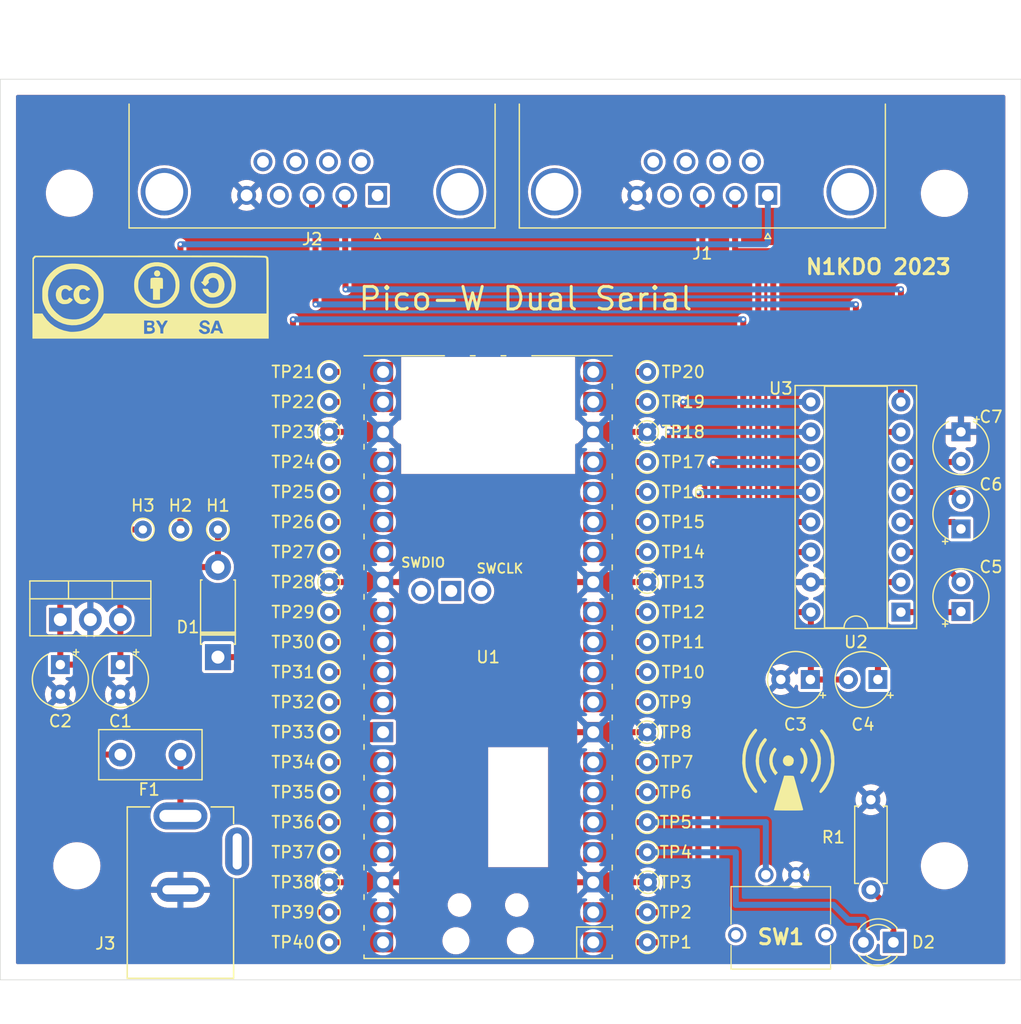
<source format=kicad_pcb>
(kicad_pcb (version 20221018) (generator pcbnew)
  (title_block (title "Pico-W Dual Serial") (date "2023-08-06") (rev "0.4.0") (company "License CC-BY-SA https://creativecommons.org/licenses/by-sa/4.0/") (comment 1 "Drawn by N1KDO"))
  (layers (0 "F.Cu" signal) (31 "B.Cu" signal) (34 "B.Paste" user) (35 "F.Paste" user) (36 "B.SilkS" user "B.Silkscreen") (37 "F.SilkS" user "F.Silkscreen") (38 "B.Mask" user) (39 "F.Mask" user) (44 "Edge.Cuts" user))
  (net 0 "")
  (net 1 "Net-(U3-VI)")
  (net 2 "Net-(U2-VS+)")
  (net 3 "Net-(U2-C1+)")
  (net 4 "GND")
  (net 5 "Net-(U2-C1-)")
  (net 6 "Net-(U2-C2+)")
  (net 7 "Net-(U2-C2-)")
  (net 8 "+3.3V")
  (net 9 "Net-(U2-VS-)")
  (net 10 "+5V")
  (net 11 "Net-(D1-K)")
  (net 12 "Net-(D2-K)")
  (net 13 "Net-(D2-A)")
  (net 19 "TX")
  (net 20 "RX")
  (net 21 "RX1R")
  (net 22 "TX1R")
  (net 24 "RX2R")
  (net 25 "TX2R")
  (net 31 "Net-(U1-GPIO3)")
  (net 32 "RX2")
  (net 33 "TX2")
  (net 34 "Net-(U1-GPIO6)")
  (net 35 "Net-(U1-GPIO7)")
  (net 36 "Net-(U1-GPIO8)")
  (net 37 "Net-(U1-GPIO9)")
  (net 38 "Net-(U1-GPIO10)")
  (net 39 "Net-(U1-GPIO11)")
  (net 40 "Net-(U1-GPIO12)")
  (net 41 "Net-(U1-GPIO13)")
  (net 42 "Net-(U1-GPIO14)")
  (net 43 "Net-(U1-GPIO15)")
  (net 44 "Net-(U1-GPIO16)")
  (net 45 "Net-(U1-GPIO17)")
  (net 46 "Net-(U1-GPIO18)")
  (net 47 "Net-(U1-GPIO19)")
  (net 48 "Net-(U1-GPIO20)")
  (net 49 "Net-(U1-GPIO21)")
  (net 50 "Net-(U1-GPIO22)")
  (net 51 "Net-(U1-RUN)")
  (net 52 "Net-(U1-GPIO26_ADC0)")
  (net 53 "Net-(U1-GPIO27_ADC1)")
  (net 54 "Net-(U1-AGND)")
  (net 55 "Net-(U1-GPIO28_ADC2)")
  (net 56 "Net-(U1-ADC_VREF)")
  (net 57 "Net-(U1-3V3_EN)")
  (net 58 "Net-(U1-VBUS)")
  (net 63 "Net-(H2-Pad1)")
  (net 64 "Net-(F1-Pad1)")
  (footprint "TestPoint:TestPoint_THTPad_D1.5mm_Drill0.7mm" (layer "F.Cu") (at 53.213 93.345 180)
    (fp_text reference "TP38")
    (fp_text value "TestPoint")
  )
  (footprint "TestPoint:TestPoint_THTPad_D1.5mm_Drill0.7mm" (layer "F.Cu") (at 80.137 50.165 180)
    (fp_text reference "TP20")
    (fp_text value "TestPoint")
  )
  (footprint "TestPoint:TestPoint_THTPad_D1.5mm_Drill0.7mm" (layer "F.Cu") (at 53.213 60.325 180)
    (fp_text reference "TP25")
    (fp_text value "TestPoint")
  )
  (footprint "Capacitor_THT:CP_Radial_Tantal_D4.5mm_P2.50mm" (layer "F.Cu") (at 106.68 55.235 -90)
    (fp_text reference "C7")
    (fp_text value ".1")
  )
  (footprint "TestPoint:TestPoint_THTPad_D1.5mm_Drill0.7mm" (layer "F.Cu") (at 80.137 98.425 180)
    (fp_text reference "TP1")
    (fp_text value "TestPoint")
  )
  (footprint "Capacitor_THT:CP_Radial_Tantal_D4.5mm_P2.50mm" (layer "F.Cu") (at 30.48 74.93 -90)
    (fp_text reference "C2")
    (fp_text value ".1")
  )
  (footprint "TestPoint:TestPoint_THTPad_D1.5mm_Drill0.7mm" (layer "F.Cu") (at 53.213 88.265 180)
    (fp_text reference "TP36")
    (fp_text value "TestPoint")
  )
  (footprint "TestPoint:TestPoint_THTPad_D1.5mm_Drill0.7mm" (layer "F.Cu") (at 80.137 80.645 180)
    (fp_text reference "TP8")
    (fp_text value "TestPoint")
  )
  (footprint "TestPoint:TestPoint_THTPad_D1.5mm_Drill0.7mm" (layer "F.Cu") (at 80.137 83.185)
    (fp_text reference "TP7")
    (fp_text value "TestPoint")
  )
  (footprint "TestPoint:TestPoint_THTPad_D1.5mm_Drill0.7mm" (layer "F.Cu") (at 43.815 63.5)
    (fp_text reference "H1")
    (fp_text value "2")
  )
  (footprint "TestPoint:TestPoint_THTPad_D1.5mm_Drill0.7mm" (layer "F.Cu") (at 53.213 52.705 180)
    (fp_text reference "TP22")
    (fp_text value "TestPoint")
  )
  (footprint "TestPoint:TestPoint_THTPad_D1.5mm_Drill0.7mm" (layer "F.Cu") (at 53.213 62.865 180)
    (fp_text reference "TP26")
    (fp_text value "TestPoint")
  )
  (footprint "parts:RUEF090" (layer "F.Cu") (at 40.64 82.55 180)
    (fp_text reference "F1")
    (fp_text value "0.9A")
  )
  (footprint "TestPoint:TestPoint_THTPad_D1.5mm_Drill0.7mm" (layer "F.Cu") (at 37.465 63.5)
    (fp_text reference "H3")
    (fp_text value "2")
  )
  (footprint "Resistor_THT:R_Axial_DIN0207_L6.3mm_D2.5mm_P7.62mm_Horizontal" (layer "F.Cu") (at 99.06 86.36 -90)
    (fp_text reference "R1")
    (fp_text value "330")
  )
  (footprint "MountingHole:MountingHole_3.5mm" (layer "F.Cu") (at 31.252 35.042)
    (fp_text reference "H6")
    (fp_text value "MountingHole")
  )
  (footprint "TestPoint:TestPoint_THTPad_D1.5mm_Drill0.7mm" (layer "F.Cu") (at 40.64 63.5)
    (fp_text reference "H2")
    (fp_text value "1")
  )
  (footprint "TestPoint:TestPoint_THTPad_D1.5mm_Drill0.7mm" (layer "F.Cu") (at 53.213 98.425 180)
    (fp_text reference "TP40")
    (fp_text value "TestPoint")
  )
  (footprint "Capacitor_THT:CP_Radial_Tantal_D4.5mm_P2.50mm" (layer "F.Cu") (at 106.68 70.433856 90)
    (fp_text reference "C5")
    (fp_text value ".1")
  )
  (footprint "Capacitor_THT:CP_Radial_Tantal_D4.5mm_P2.50mm" (layer "F.Cu") (at 93.938856 76.19 180)
    (fp_text reference "C3")
    (fp_text value ".1")
  )
  (footprint "TestPoint:TestPoint_THTPad_D1.5mm_Drill0.7mm" (layer "F.Cu") (at 80.202 93.345 180)
    (fp_text reference "TP3")
    (fp_text value "TestPoint")
  )
  (footprint "TestPoint:TestPoint_THTPad_D1.5mm_Drill0.7mm" (layer "F.Cu") (at 80.137 57.785 180)
    (fp_text reference "TP17")
    (fp_text value "TestPoint")
  )
  (footprint "parts:non-ionizing-bigger" (layer "F.Cu") (at 92.075 83.82)
    (fp_text reference "G1" hide)
    (fp_text value "LOGO" hide)
  )
  (footprint "parts:GB215AHB" (layer "F.Cu") (at 92.71 92.71)
    (fp_text reference "SW1")
    (fp_text value "Mode Button" hide)
  )
  (footprint "TestPoint:TestPoint_THTPad_D1.5mm_Drill0.7mm" (layer "F.Cu") (at 53.213 83.185 180)
    (fp_text reference "TP34")
    (fp_text value "TestPoint")
  )
  (footprint "Package_DIP:DIP-16_W7.62mm_Socket" (layer "F.Cu") (at 101.6 70.485 180)
    (fp_text reference "U2")
    (fp_text value "MAX3232")
  )
  (footprint "Connector_Dsub:DSUB-9_Male_Horizontal_P2.77x2.84mm_EdgePinOffset4.94mm_Housed_MountingHolesOffset7.48mm" (layer "F.Cu") (at 57.32 35.225 180)
    (fp_text reference "J2")
    (fp_text value "DB9_Male")
  )
  (footprint "TestPoint:TestPoint_THTPad_D1.5mm_Drill0.7mm" (layer "F.Cu") (at 53.213 65.405 180)
    (fp_text reference "TP27")
    (fp_text value "TestPoint")
  )
  (footprint "TestPoint:TestPoint_THTPad_D1.5mm_Drill0.7mm" (layer "F.Cu") (at 53.213 85.725 180)
    (fp_text reference "TP35")
    (fp_text value "TestPoint")
  )
  (footprint "Package_TO_SOT_THT:TO-220-3_Vertical" (layer "F.Cu") (at 30.48 71.12)
    (fp_text reference "U3")
    (fp_text value "LM7805_TO220")
  )
  (footprint "TestPoint:TestPoint_THTPad_D1.5mm_Drill0.7mm" (layer "F.Cu") (at 53.213 80.645 180)
    (fp_text reference "TP33")
    (fp_text value "TestPoint")
  )
  (footprint "TestPoint:TestPoint_THTPad_D1.5mm_Drill0.7mm" (layer "F.Cu") (at 80.137 88.265 180)
    (fp_text reference "TP5")
    (fp_text value "TestPoint")
  )
  (footprint "parts:SWITCHCRAFT_RAPC722X" (layer "F.Cu") (at 40.64 93.98)
    (fp_text reference "J3")
    (fp_text value "RAPC722X")
  )
  (footprint "TestPoint:TestPoint_THTPad_D1.5mm_Drill0.7mm" (layer "F.Cu") (at 80.137 95.885 180)
    (fp_text reference "TP2")
    (fp_text value "TestPoint")
  )
  (footprint "TestPoint:TestPoint_THTPad_D1.5mm_Drill0.7mm" (layer "F.Cu") (at 53.213 67.945 180)
    (fp_text reference "TP28")
    (fp_text value "TestPoint")
  )
  (footprint "TestPoint:TestPoint_THTPad_D1.5mm_Drill0.7mm" (layer "F.Cu") (at 53.213 55.245 180)
    (fp_text reference "TP23")
    (fp_text value "TestPoint")
  )
  (footprint "TestPoint:TestPoint_THTPad_D1.5mm_Drill0.7mm" (layer "F.Cu") (at 53.213 50.165 180)
    (fp_text reference "TP21")
    (fp_text value "TestPoint")
  )
  (footprint "TestPoint:TestPoint_THTPad_D1.5mm_Drill0.7mm" (layer "F.Cu") (at 53.213 73.025 180)
    (fp_text reference "TP30")
    (fp_text value "TestPoint")
  )
  (footprint "TestPoint:TestPoint_THTPad_D1.5mm_Drill0.7mm" (layer "F.Cu") (at 80.137 78.105 180)
    (fp_text reference "TP9")
    (fp_text value "TestPoint")
  )
  (footprint "Connector_Dsub:DSUB-9_Male_Horizontal_P2.77x2.84mm_EdgePinOffset4.94mm_Housed_MountingHolesOffset7.48mm" (layer "F.Cu") (at 90.34 35.225 180)
    (fp_text reference "J1")
    (fp_text value "DB9_Male")
  )
  (footprint "MountingHole:MountingHole_3.5mm" (layer "F.Cu") (at 105.283 91.948)
    (fp_text reference "H8")
    (fp_text value "MountingHole")
  )
  (footprint "MountingHole:MountingHole_3.5mm" (layer "F.Cu") (at 105.283 35.052)
    (fp_text reference "H5")
    (fp_text value "MountingHole")
  )
  (footprint "TestPoint:TestPoint_THTPad_D1.5mm_Drill0.7mm" (layer "F.Cu") (at 53.213 75.565 180)
    (fp_text reference "TP31")
    (fp_text value "TestPoint")
  )
  (footprint "parts:RPi_PicoW_SMD_TH" (layer "F.Cu") (at 66.675 74.295 180)
    (fp_text reference "U1")
    (fp_text value "PicoW")
  )
  (footprint "TestPoint:TestPoint_THTPad_D1.5mm_Drill0.7mm" (layer "F.Cu") (at 80.137 70.485 180)
    (fp_text reference "TP12")
    (fp_text value "TestPoint")
  )
  (footprint "TestPoint:TestPoint_THTPad_D1.5mm_Drill0.7mm" (layer "F.Cu") (at 53.213 70.485 180)
    (fp_text reference "TP29")
    (fp_text value "TestPoint")
  )
  (footprint "TestPoint:TestPoint_THTPad_D1.5mm_Drill0.7mm" (layer "F.Cu") (at 80.137 90.805 180)
    (fp_text reference "TP4")
    (fp_text value "TestPoint")
  )
  (footprint "TestPoint:TestPoint_THTPad_D1.5mm_Drill0.7mm" (layer "F.Cu") (at 80.137 73.025 180)
    (fp_text reference "TP11")
    (fp_text value "TestPoint")
  )
  (footprint "TestPoint:TestPoint_THTPad_D1.5mm_Drill0.7mm" (layer "F.Cu") (at 80.137 67.945 180)
    (fp_text reference "TP13")
    (fp_text value "TestPoint")
  )
  (footprint "Capacitor_THT:CP_Radial_Tantal_D4.5mm_P2.50mm" (layer "F.Cu") (at 99.653856 76.19 180)
    (fp_text reference "C4")
    (fp_text value ".1")
  )
  (footprint "TestPoint:TestPoint_THTPad_D1.5mm_Drill0.7mm" (layer "F.Cu") (at 53.213 57.785 180)
    (fp_text reference "TP24")
    (fp_text value "TestPoint")
  )
  (footprint "TestPoint:TestPoint_THTPad_D1.5mm_Drill0.7mm" (layer "F.Cu") (at 53.213 78.105 180)
    (fp_text reference "TP32")
    (fp_text value "TestPoint")
  )
  (footprint "TestPoint:TestPoint_THTPad_D1.5mm_Drill0.7mm" (layer "F.Cu") (at 80.137 75.565 180)
    (fp_text reference "TP10")
    (fp_text value "TestPoint")
  )
  (footprint "TestPoint:TestPoint_THTPad_D1.5mm_Drill0.7mm" (layer "F.Cu") (at 80.137 55.245 180)
    (fp_text reference "TP18")
    (fp_text value "TestPoint")
  )
  (footprint "TestPoint:TestPoint_THTPad_D1.5mm_Drill0.7mm" (layer "F.Cu") (at 80.137 52.705 180)
    (fp_text reference "TP19")
    (fp_text value "TestPoint")
  )
  (footprint "TestPoint:TestPoint_THTPad_D1.5mm_Drill0.7mm" (layer "F.Cu") (at 53.213 95.885 180)
    (fp_text reference "TP39")
    (fp_text value "TestPoint")
  )
  (footprint "TestPoint:TestPoint_THTPad_D1.5mm_Drill0.7mm" (layer "F.Cu") (at 80.137 85.725 180)
    (fp_text reference "TP6")
    (fp_text value "TestPoint")
  )
  (footprint "TestPoint:TestPoint_THTPad_D1.5mm_Drill0.7mm" (layer "F.Cu") (at 80.137 65.405 180)
    (fp_text reference "TP14")
    (fp_text value "TestPoint")
  )
  (footprint "TestPoint:TestPoint_THTPad_D1.5mm_Drill0.7mm" (layer "F.Cu") (at 80.137 62.865 180)
    (fp_text reference "TP15")
    (fp_text value "TestPoint")
  )
  (footprint "Capacitor_THT:CP_Radial_Tantal_D4.5mm_P2.50mm" (layer "F.Cu") (at 35.56 74.93 -90)
    (fp_text reference "C1")
    (fp_text value ".1")
  )
  (footprint "LED_THT:LED_D3.0mm" (layer "F.Cu") (at 100.965 98.425 180)
    (fp_text reference "D2")
    (fp_text value "LED")
  )
  (footprint "MountingHole:MountingHole_3.5mm" (layer "F.Cu") (at 31.877 91.948)
    (fp_text reference "H7")
    (fp_text value "MountingHole")
  )
  (footprint "parts:CC-BY-SA" (layer "F.Cu") (at 38.1 43.815)
    (fp_text reference "" hide)
    (fp_text value "" hide)
  )
  (footprint "Diode_THT:D_DO-41_SOD81_P7.62mm_Horizontal" (layer "F.Cu") (at 43.815 74.295 90)
    (fp_text reference "D1")
    (fp_text value "1N5819")
  )
  (footprint "TestPoint:TestPoint_THTPad_D1.5mm_Drill0.7mm" (layer "F.Cu") (at 53.213 90.805 180)
    (fp_text reference "TP37")
    (fp_text value "TestPoint")
  )
  (footprint "Capacitor_THT:CP_Radial_Tantal_D4.5mm_P2.50mm" (layer "F.Cu") (at 106.68 63.448856 90)
    (fp_text reference "C6")
    (fp_text value ".1")
  )
  (footprint "TestPoint:TestPoint_THTPad_D1.5mm_Drill0.7mm" (layer "F.Cu") (at 80.137 60.325 180)
    (fp_text reference "TP16")
    (fp_text value "TestPoint")
  )
  (gr_rect (start 25.4 25.4) (end 111.76 101.6) (stroke (width 0.05)) (fill none) (layer "Edge.Cuts"))
  (gr_text "Pico-W Dual Serial" (at 69.85 45.085) (layer "F.SilkS") (effects (font (size 1.905 1.905) (thickness 0.254)) (justify bottom)))
  (gr_text "N1KDO 2023" (at 99.695 41.275) (layer "F.SilkS") (effects (font (size 1.27 1.27) (thickness 0.254))))
  (segment (start 30.48 63.5) (end 37.465 63.5) (width 0.508) (layer "F.Cu") (net 1))
  (segment (start 30.48 71.12) (end 30.48 63.5) (width 0.508) (layer "F.Cu") (net 1))
  (segment (start 33.02 82.55) (end 33.03 82.54) (width 0.508) (layer "F.Cu") (net 1))
  (segment (start 33.02 74.93) (end 33.02 82.55) (width 0.508) (layer "F.Cu") (net 1))
  (segment (start 33.03 82.54) (end 35.56 82.54) (width 0.508) (layer "F.Cu") (net 1))
  (segment (start 30.48 74.93) (end 33.02 74.93) (width 0.508) (layer "F.Cu") (net 1))
  (segment (start 30.48 74.93) (end 30.48 71.12) (width 0.508) (layer "F.Cu") (net 1))
  (segment (start 99.653856 67.986144) (end 99.695 67.945) (width 0.508) (layer "F.Cu") (net 2))
  (segment (start 99.653856 76.19) (end 99.653856 67.986144) (width 0.508) (layer "F.Cu") (net 2))
  (segment (start 99.695 67.945) (end 101.6 67.945) (width 0.508) (layer "F.Cu") (net 2))
  (segment (start 106.628856 70.485) (end 106.68 70.433856) (width 0.508) (layer "F.Cu") (net 3))
  (segment (start 101.6 70.485) (end 106.628856 70.485) (width 0.508) (layer "F.Cu") (net 3))
  (segment (start 53.213 67.945) (end 57.785 67.945) (width 0.508) (layer "F.Cu") (net 4))
  (segment (start 80.137 67.945) (end 75.565 67.945) (width 0.508) (layer "F.Cu") (net 4))
  (segment (start 80.137 80.645) (end 75.565 80.645) (width 0.508) (layer "F.Cu") (net 4))
  (segment (start 75.565 55.245) (end 80.137 55.245) (width 0.508) (layer "F.Cu") (net 4))
  (segment (start 53.213 93.345) (end 57.785 93.345) (width 0.508) (layer "F.Cu") (net 4))
  (segment (start 53.213 55.245) (end 57.785 55.245) (width 0.508) (layer "F.Cu") (net 4))
  (segment (start 75.565 93.345) (end 80.202 93.345) (width 0.508) (layer "F.Cu") (net 4))
  (segment (start 104.151144 65.405) (end 106.68 67.933856) (width 0.508) (layer "F.Cu") (net 5))
  (segment (start 101.6 65.405) (end 104.151144 65.405) (width 0.508) (layer "F.Cu") (net 5))
  (segment (start 101.6 62.865) (end 106.096144 62.865) (width 0.508) (layer "F.Cu") (net 6))
  (segment (start 106.096144 62.865) (end 106.68 63.448856) (width 0.508) (layer "F.Cu") (net 6))
  (segment (start 101.6 60.325) (end 106.056144 60.325) (width 0.508) (layer "F.Cu") (net 7))
  (segment (start 106.056144 60.325) (end 106.68 60.948856) (width 0.508) (layer "F.Cu") (net 7))
  (segment (start 53.213 88.265) (end 53.34 88.265) (width 0.508) (layer "F.Cu") (net 8))
  (segment (start 50.165 88.265) (end 53.213 88.265) (width 0.508) (layer "F.Cu") (net 8))
  (segment (start 53.34 88.265) (end 57.785 88.265) (width 0.508) (layer "F.Cu") (net 8))
  (segment (start 93.98 70.485) (end 93.98 76.148856) (width 0.508) (layer "F.Cu") (net 8))
  (segment (start 93.98 70.485) (end 88.265 70.485) (width 0.508) (layer "F.Cu") (net 8))
  (segment (start 93.98 76.148856) (end 93.938856 76.19) (width 0.508) (layer "F.Cu") (net 8))
  (segment (start 88.265 70.485) (end 88.265 45.72) (width 0.508) (layer "F.Cu") (net 8))
  (segment (start 50.165 45.72) (end 50.165 88.265) (width 0.508) (layer "F.Cu") (net 8))
  (segment (start 93.938856 76.19) (end 97.153856 76.19) (width 0.508) (layer "F.Cu") (net 8))
  (via (at 50.165 45.72) (size 0.508) (drill 0.254) (layers "F.Cu" "B.Cu") (net 8))
  (via (at 88.265 45.72) (size 0.508) (drill 0.254) (layers "F.Cu" "B.Cu") (net 8))
  (segment (start 88.265 45.72) (end 50.165 45.72) (width 0.508) (layer "B.Cu") (net 8))
  (segment (start 101.6 57.785) (end 106.63 57.785) (width 0.508) (layer "F.Cu") (net 9))
  (segment (start 106.63 57.785) (end 106.68 57.735) (width 0.508) (layer "F.Cu") (net 9))
  (segment (start 35.56 66.675) (end 43.815 66.675) (width 0.508) (layer "F.Cu") (net 10))
  (segment (start 35.56 74.93) (end 35.56 71.12) (width 0.508) (layer "F.Cu") (net 10))
  (segment (start 35.56 71.12) (end 35.56 66.675) (width 0.508) (layer "F.Cu") (net 10))
  (segment (start 43.815 63.5) (end 43.815 66.675) (width 0.508) (layer "F.Cu") (net 10))
  (segment (start 48.26 74.295) (end 43.815 74.295) (width 0.508) (layer "F.Cu") (net 11))
  (segment (start 53.213 95.885) (end 48.26 95.885) (width 0.508) (layer "F.Cu") (net 11))
  (segment (start 48.26 95.885) (end 48.26 74.295) (width 0.508) (layer "F.Cu") (net 11))
  (segment (start 57.785 95.885) (end 53.213 95.885) (width 0.508) (layer "F.Cu") (net 11))
  (segment (start 100.965 98.425) (end 100.965 95.885) (width 0.508) (layer "F.Cu") (net 12))
  (segment (start 100.965 95.885) (end 99.06 93.98) (width 0.508) (layer "F.Cu") (net 12))
  (segment (start 75.565 90.805) (end 80.137 90.805) (width 0.508) (layer "F.Cu") (net 13))
  (segment (start 98.425 96.52) (end 98.425 98.425) (width 0.508) (layer "B.Cu") (net 13))
  (segment (start 87.63 95.25) (end 95.885 95.25) (width 0.508) (layer "B.Cu") (net 13))
  (segment (start 95.885 95.25) (end 97.155 96.52) (width 0.508) (layer "B.Cu") (net 13))
  (segment (start 87.63 90.805) (end 87.63 95.25) (width 0.508) (layer "B.Cu") (net 13))
  (segment (start 97.155 96.52) (end 98.425 96.52) (width 0.508) (layer "B.Cu") (net 13))
  (segment (start 80.137 90.805) (end 87.63 90.805) (width 0.508) (layer "B.Cu") (net 13))
  (segment (start 85.725 98.425) (end 85.725 57.785) (width 0.508) (layer "F.Cu") (net 19))
  (segment (start 80.137 98.425) (end 85.725 98.425) (width 0.508) (layer "F.Cu") (net 19))
  (segment (start 80.137 98.425) (end 75.565 98.425) (width 0.508) (layer "F.Cu") (net 19))
  (via (at 85.725 57.785) (size 0.508) (drill 0.254) (layers "F.Cu" "B.Cu") (net 19))
  (segment (start 85.725 57.785) (end 93.98 57.785) (width 0.508) (layer "B.Cu") (net 19))
  (segment (start 80.137 95.885) (end 84.455 95.885) (width 0.508) (layer "F.Cu") (net 20))
  (segment (start 75.565 95.885) (end 80.137 95.885) (width 0.508) (layer "F.Cu") (net 20))
  (segment (start 84.455 60.325) (end 84.465 95.875) (width 0.508) (layer "F.Cu") (net 20))
  (via (at 84.455 60.325) (size 0.508) (drill 0.254) (layers "F.Cu" "B.Cu") (net 20))
  (segment (start 93.98 60.325) (end 84.455 60.325) (width 0.508) (layer "B.Cu") (net 20))
  (segment (start 87.57 35.225) (end 87.57 39.945) (width 0.508) (layer "F.Cu") (net 21))
  (segment (start 87.57 39.945) (end 90.745 39.945) (width 0.508) (layer "F.Cu") (net 21))
  (segment (start 93.98 62.865) (end 90.805 62.865) (width 0.508) (layer "F.Cu") (net 21))
  (segment (start 90.805 40.005) (end 90.805 62.865) (width 0.508) (layer "F.Cu") (net 21))
  (segment (start 84.8 35.225) (end 84.8 40.985) (width 0.508) (layer "F.Cu") (net 22))
  (segment (start 84.8 40.985) (end 85.09 41.275) (width 0.508) (layer "F.Cu") (net 22))
  (segment (start 89.535 65.405) (end 93.98 65.405) (width 0.508) (layer "F.Cu") (net 22))
  (segment (start 85.09 41.275) (end 89.535 41.275) (width 0.508) (layer "F.Cu") (net 22))
  (segment (start 89.535 41.275) (end 89.535 65.405) (width 0.508) (layer "F.Cu") (net 22))
  (segment (start 101.6 43.18) (end 101.6 52.705) (width 0.508) (layer "F.Cu") (net 24))
  (segment (start 54.55 35.225) (end 54.61 43.18) (width 0.508) (layer "F.Cu") (net 24))
  (via (at 101.6 43.18) (size 0.508) (drill 0.254) (layers "F.Cu" "B.Cu") (net 24))
  (via (at 54.61 43.18) (size 0.508) (drill 0.254) (layers "F.Cu" "B.Cu") (net 24))
  (segment (start 54.61 43.18) (end 101.6 43.18) (width 0.508) (layer "B.Cu") (net 24))
  (segment (start 97.79 55.245) (end 101.6 55.245) (width 0.508) (layer "F.Cu") (net 25))
  (segment (start 51.78 35.225) (end 51.78 37.175) (width 0.508) (layer "F.Cu") (net 25))
  (segment (start 51.78 37.175) (end 52.07 37.465) (width 0.508) (layer "F.Cu") (net 25))
  (segment (start 52.07 37.465) (end 52.07 44.45) (width 0.508) (layer "F.Cu") (net 25))
  (segment (start 97.79 44.45) (end 97.79 55.245) (width 0.508) (layer "F.Cu") (net 25))
  (via (at 97.79 44.45) (size 0.508) (drill 0.254) (layers "F.Cu" "B.Cu") (net 25))
  (via (at 52.07 44.45) (size 0.508) (drill 0.254) (layers "F.Cu" "B.Cu") (net 25))
  (segment (start 52.07 44.45) (end 97.79 44.45) (width 0.508) (layer "B.Cu") (net 25))
  (segment (start 75.565 88.265) (end 80.137 88.265) (width 0.508) (layer "F.Cu") (net 31))
  (segment (start 80.137 88.265) (end 90.17 88.265) (width 0.508) (layer "B.Cu") (net 31))
  (segment (start 90.17 88.265) (end 90.17 92.71) (width 0.508) (layer "B.Cu") (net 31))
  (segment (start 75.565 85.725) (end 80.137 85.725) (width 0.508) (layer "F.Cu") (net 32))
  (segment (start 80.137 85.725) (end 83.185 85.725) (width 0.508) (layer "F.Cu") (net 32))
  (segment (start 83.185 85.725) (end 83.185 52.705) (width 0.508) (layer "F.Cu") (net 32))
  (via (at 83.185 52.705) (size 0.508) (drill 0.254) (layers "F.Cu" "B.Cu") (net 32))
  (segment (start 93.98 52.705) (end 83.185 52.705) (width 0.508) (layer "B.Cu") (net 32))
  (segment (start 81.915 83.185) (end 81.915 55.245) (width 0.508) (layer "F.Cu") (net 33))
  (segment (start 80.137 83.185) (end 81.915 83.185) (width 0.508) (layer "F.Cu") (net 33))
  (segment (start 80.137 83.185) (end 75.565 83.185) (width 0.508) (layer "F.Cu") (net 33))
  (via (at 81.915 55.245) (size 0.508) (drill 0.254) (layers "F.Cu" "B.Cu") (net 33))
  (segment (start 93.98 55.245) (end 81.925 55.245) (width 0.508) (layer "B.Cu") (net 33))
  (segment (start 80.137 78.105) (end 78.105 78.105) (width 0.508) (layer "F.Cu") (net 34))
  (segment (start 75.565 75.565) (end 80.137 75.565) (width 0.508) (layer "F.Cu") (net 35))
  (segment (start 80.137 73.025) (end 75.565 73.025) (width 0.508) (layer "F.Cu") (net 36))
  (segment (start 75.565 70.485) (end 80.137 70.485) (width 0.508) (layer "F.Cu") (net 37))
  (segment (start 75.565 65.405) (end 80.137 65.405) (width 0.508) (layer "F.Cu") (net 38))
  (segment (start 80.137 62.865) (end 75.565 62.865) (width 0.508) (layer "F.Cu") (net 39))
  (segment (start 75.565 60.325) (end 80.137 60.325) (width 0.508) (layer "F.Cu") (net 40))
  (segment (start 75.565 57.785) (end 80.137 57.785) (width 0.508) (layer "F.Cu") (net 41))
  (segment (start 80.137 52.705) (end 75.565 52.705) (width 0.508) (layer "F.Cu") (net 42))
  (segment (start 75.565 50.165) (end 80.137 50.165) (width 0.508) (layer "F.Cu") (net 43))
  (segment (start 53.213 50.165) (end 57.785 50.165) (width 0.508) (layer "F.Cu") (net 44))
  (segment (start 53.213 52.705) (end 57.785 52.705) (width 0.508) (layer "F.Cu") (net 45))
  (segment (start 53.213 57.785) (end 57.785 57.785) (width 0.508) (layer "F.Cu") (net 46))
  (segment (start 53.213 60.325) (end 57.785 60.325) (width 0.508) (layer "F.Cu") (net 47))
  (segment (start 53.213 62.865) (end 57.785 62.865) (width 0.508) (layer "F.Cu") (net 48))
  (segment (start 53.213 65.405) (end 57.785 65.405) (width 0.508) (layer "F.Cu") (net 49))
  (segment (start 53.213 70.485) (end 57.785 70.485) (width 0.508) (layer "F.Cu") (net 50))
  (segment (start 53.213 73.025) (end 57.785 73.025) (width 0.508) (layer "F.Cu") (net 51))
  (segment (start 53.213 75.565) (end 57.785 75.565) (width 0.508) (layer "F.Cu") (net 52))
  (segment (start 53.213 78.105) (end 57.785 78.105) (width 0.508) (layer "F.Cu") (net 53))
  (segment (start 57.785 80.645) (end 53.213 80.645) (width 0.508) (layer "F.Cu") (net 54))
  (segment (start 53.213 83.185) (end 57.785 83.185) (width 0.508) (layer "F.Cu") (net 55))
  (segment (start 57.785 85.725) (end 53.213 85.725) (width 0.508) (layer "F.Cu") (net 56))
  (segment (start 57.785 90.805) (end 53.213 90.805) (width 0.508) (layer "F.Cu") (net 57))
  (segment (start 53.213 98.425) (end 57.785 98.425) (width 0.508) (layer "F.Cu") (net 58))
  (segment (start 40.64 63.5) (end 40.64 39.37) (width 0.508) (layer "F.Cu") (net 63))
  (via (at 40.64 39.37) (size 0.508) (drill 0.254) (layers "F.Cu" "B.Cu") (net 63))
  (segment (start 90.34 39.2) (end 90.34 35.225) (width 0.508) (layer "B.Cu") (net 63))
  (segment (start 90.17 39.37) (end 90.34 39.2) (width 0.508) (layer "B.Cu") (net 63))
  (segment (start 40.64 39.37) (end 90.17 39.37) (width 0.508) (layer "B.Cu") (net 63))
  (segment (start 40.64 82.55) (end 40.64 87.63) (width 0.508) (layer "F.Cu") (net 64))
  (zone (net 4) (net_name "GND") (layers "F&B.Cu") (name "GND") (connect_pads (clearance 0)) (min_thickness 0.254) (fill yes (thermal_gap 0.508) (thermal_bridge_width 0.508))
    (polygon (pts (xy 110.806 100.33) (xy 26.732 100.33) (xy 26.732 26.67) (xy 110.552 26.67)))
  )
  (zone (net 0) (net_name "") (layers "F&B.Cu" "*.Adhes" "*.Paste" "*.SilkS" "*.Mask" "F.Fab") (name "MFG") (connect_pads (clearance 0)) (min_thickness 0.254)
    (keepout (tracks not_allowed) (vias not_allowed) (pads not_allowed) (copperpour not_allowed) (footprints allowed))
    (fill (thermal_gap 0.508) (thermal_bridge_width 0.508))
    (polygon (pts (xy 71.755 92.075) (xy 66.675 92.075) (xy 66.675 81.915) (xy 71.755 81.915)))
  )
  (zone (net 0) (net_name "") (layers "F&B.Cu" "F.Fab") (name "ANTENNA") (connect_pads (clearance 0)) (min_thickness 0.254)
    (keepout (tracks not_allowed) (vias not_allowed) (pads not_allowed) (copperpour not_allowed) (footprints allowed))
    (fill (thermal_gap 0.508) (thermal_bridge_width 0.508))
    (polygon (pts (xy 74.041 58.801) (xy 59.309 58.801) (xy 59.309 48.895) (xy 74.041 48.895)))
  )
)
</source>
